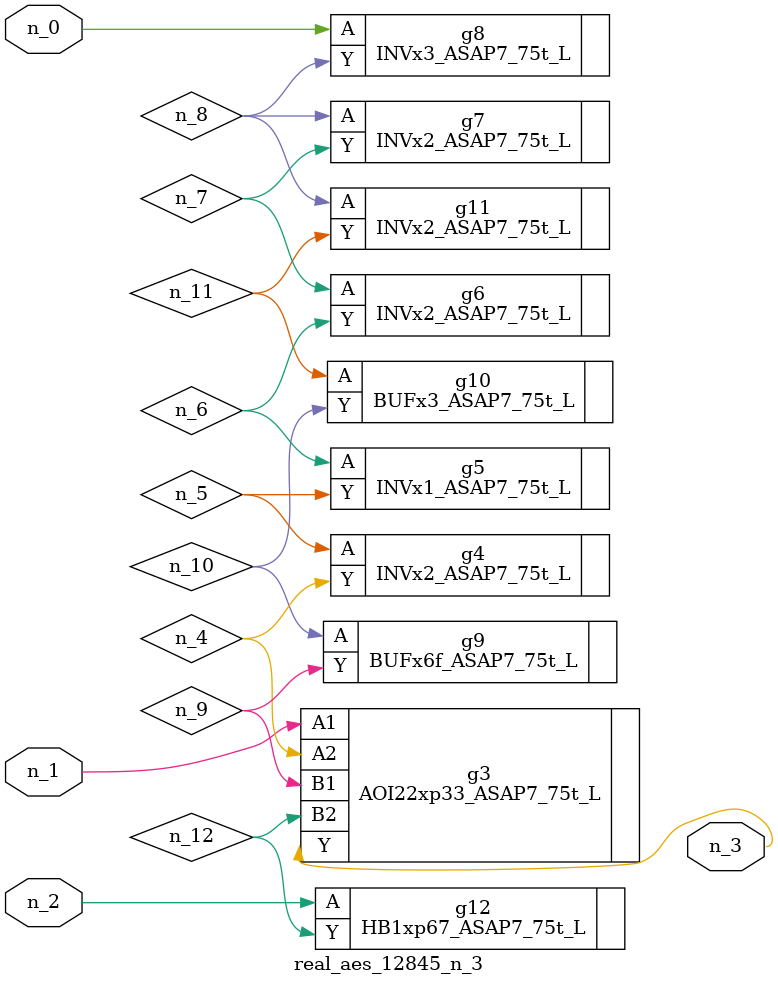
<source format=v>
module real_aes_12845_n_3 (n_0, n_2, n_1, n_3);
input n_0;
input n_2;
input n_1;
output n_3;
wire n_4;
wire n_5;
wire n_7;
wire n_9;
wire n_12;
wire n_6;
wire n_8;
wire n_10;
wire n_11;
INVx3_ASAP7_75t_L g8 ( .A(n_0), .Y(n_8) );
AOI22xp33_ASAP7_75t_L g3 ( .A1(n_1), .A2(n_4), .B1(n_9), .B2(n_12), .Y(n_3) );
HB1xp67_ASAP7_75t_L g12 ( .A(n_2), .Y(n_12) );
INVx2_ASAP7_75t_L g4 ( .A(n_5), .Y(n_4) );
INVx1_ASAP7_75t_L g5 ( .A(n_6), .Y(n_5) );
INVx2_ASAP7_75t_L g6 ( .A(n_7), .Y(n_6) );
INVx2_ASAP7_75t_L g7 ( .A(n_8), .Y(n_7) );
INVx2_ASAP7_75t_L g11 ( .A(n_8), .Y(n_11) );
BUFx6f_ASAP7_75t_L g9 ( .A(n_10), .Y(n_9) );
BUFx3_ASAP7_75t_L g10 ( .A(n_11), .Y(n_10) );
endmodule
</source>
